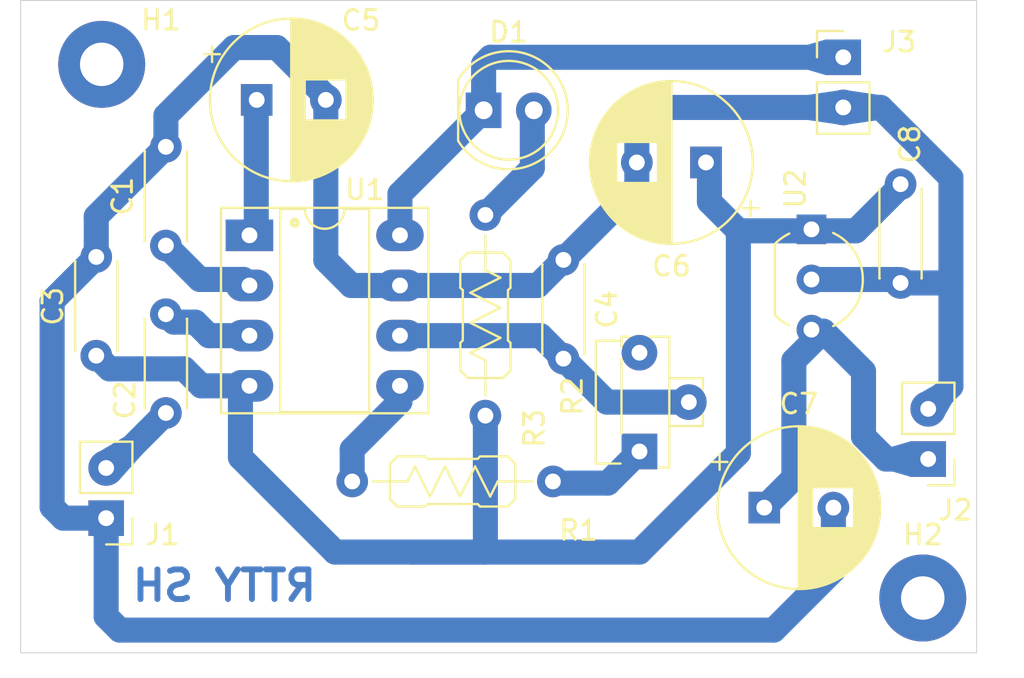
<source format=kicad_pcb>
(kicad_pcb (version 20240108) (generator "pcbnew") (generator_version "8.0")
  (layers (0 "F.Cu" signal) (31 "B.Cu" signal) (34 "B.Paste" user) (35 "F.Paste" user) (36 "B.SilkS" user "B.Silkscreen") (37 "F.SilkS" user "F.Silkscreen") (38 "B.Mask" user) (39 "F.Mask" user) (44 "Edge.Cuts" user))
  (net 0 "")
  (net 1 "Net-(U1-LP_FLT_C)")
  (net 2 "GND")
  (net 3 "Net-(U1-INPUT)")
  (net 4 "Net-(J1-Pin_2)")
  (net 5 "+5V")
  (net 6 "Net-(U1-TIM_RC)")
  (net 7 "Net-(U1-OFLT_C)")
  (net 8 "Net-(D1-K)")
  (net 9 "Net-(D1-A)")
  (net 10 "Net-(R1-Pad1)")
  (net 11 "Net-(U1-TIM_R)")
  (net 12 "Net-(J2-Pin_1)")
  (footprint "PCM_Package_DIP_AKL:DIP-8_W7.62mm_Socket_LongPads" (layer "F.Cu") (at 146.4375 93.8375)
    (property "Reference" "U1" (at 5.845 -2.305 0) (layer "F.SilkS"))
    (property "Value" "NE567" (hide yes))
    (pad "1" thru_hole rect (at 0 0) (size 2.4 1.6) (drill 0.8) (layers "*.Cu" "*.Mask") (net 7 "Net-(U1-OFLT_C)"))
    (pad "2" thru_hole oval (at 0 2.54) (size 2.4 1.6) (drill 0.8) (layers "*.Cu" "*.Mask") (net 1 "Net-(U1-LP_FLT_C)"))
    (pad "3" thru_hole oval (at 0 5.08) (size 2.4 1.6) (drill 0.8) (layers "*.Cu" "*.Mask") (net 3 "Net-(U1-INPUT)"))
    (pad "4" thru_hole oval (at 0 7.62) (size 2.4 1.6) (drill 0.8) (layers "*.Cu" "*.Mask") (net 5 "+5V"))
    (pad "5" thru_hole oval (at 7.62 7.62) (size 2.4 1.6) (drill 0.8) (layers "*.Cu" "*.Mask") (net 11 "Net-(U1-TIM_R)"))
    (pad "6" thru_hole oval (at 7.62 5.08) (size 2.4 1.6) (drill 0.8) (layers "*.Cu" "*.Mask") (net 6 "Net-(U1-TIM_RC)"))
    (pad "7" thru_hole oval (at 7.62 2.54) (size 2.4 1.6) (drill 0.8) (layers "*.Cu" "*.Mask") (net 2 "GND"))
    (pad "8" thru_hole oval (at 7.62 0) (size 2.4 1.6) (drill 0.8) (layers "*.Cu" "*.Mask") (net 8 "Net-(D1-K)"))
  )
  (footprint "Capacitor_THT:C_Disc_D4.3mm_W1.9mm_P5.00mm" (layer "F.Cu") (at 179.4 91.25 -90)
    (property "Reference" "C8" (at -2.025 -0.475 90) (layer "F.SilkS"))
    (property "Value" "100n")
    (pad "1" thru_hole circle (at 0 0 270) (size 1.6 1.6) (drill 0.8) (layers "*.Cu" "*.Mask") (net 5 "+5V"))
    (pad "2" thru_hole circle (at 5 0 270) (size 1.6 1.6) (drill 0.8) (layers "*.Cu" "*.Mask") (net 2 "GND"))
  )
  (footprint "Connector_PinHeader_2.54mm:PinHeader_1x02_P2.54mm_Vertical" (layer "F.Cu") (at 176.5 84.825)
    (property "Reference" "J3" (at 2.825 -0.775 0) (layer "F.SilkS"))
    (property "Value" "OUT")
    (pad "1" thru_hole rect (at 0 0) (size 1.8 1.8) (drill 0.8) (layers "*.Cu" "*.Mask") (net 8 "Net-(D1-K)"))
    (pad "2" thru_hole oval (at 0 2.54) (size 1.8 1.8) (drill 0.8) (layers "*.Cu" "*.Mask") (net 2 "GND"))
  )
  (footprint "Connector_PinHeader_2.54mm:PinHeader_1x02_P2.54mm_Vertical" (layer "F.Cu") (at 139.1825 108.1575 180)
    (property "Reference" "J1" (at -2.8425 -0.8425 0) (layer "F.SilkS"))
    (property "Value" "IN")
    (pad "1" thru_hole rect (at 0 0 180) (size 1.8 1.8) (drill 0.8) (layers "*.Cu" "*.Mask") (net 2 "GND"))
    (pad "2" thru_hole oval (at 0 2.54 180) (size 1.8 1.8) (drill 0.8) (layers "*.Cu" "*.Mask") (net 4 "Net-(J1-Pin_2)"))
  )
  (footprint "Capacitor_THT:C_Disc_D4.3mm_W1.9mm_P5.00mm" (layer "F.Cu") (at 142.2075 102.8325 90)
    (property "Reference" "C2" (at 0.65 -2.075 90) (layer "F.SilkS"))
    (property "Value" "1u")
    (pad "1" thru_hole circle (at 0 0 90) (size 1.6 1.6) (drill 0.8) (layers "*.Cu" "*.Mask") (net 4 "Net-(J1-Pin_2)"))
    (pad "2" thru_hole circle (at 5 0 90) (size 1.6 1.6) (drill 0.8) (layers "*.Cu" "*.Mask") (net 3 "Net-(U1-INPUT)"))
  )
  (footprint "MountingHole:MountingHole_2.2mm_M2_Pad" (layer "F.Cu") (at 138.9575 85.1825)
    (property "Reference" "H1" (at 3 -2.25 0) (layer "F.SilkS"))
    (property "Value" "MountingHole")
    (pad "1" thru_hole circle (at 0 0) (size 4.4 4.4) (drill 2.2) (layers "*.Cu" "*.Mask"))
  )
  (footprint "PCM_Resistor_THT_US_AKL:R_Axial_DIN0207_L6.3mm_D2.5mm_P10.16mm_Horizontal" (layer "F.Cu") (at 161.8 106.3 180)
    (property "Reference" "R1" (at -1.3 -2.475 0) (layer "F.SilkS"))
    (property "Value" "4.7k" (hide yes))
    (pad "1" thru_hole circle (at 0 0 180) (size 1.6 1.6) (drill 0.8) (layers "*.Cu" "*.Mask") (net 10 "Net-(R1-Pad1)"))
    (pad "2" thru_hole oval (at 10.16 0 180) (size 1.6 1.6) (drill 0.8) (layers "*.Cu" "*.Mask") (net 11 "Net-(U1-TIM_R)"))
  )
  (footprint "Capacitor_THT:CP_Radial_D8.0mm_P3.50mm" (layer "F.Cu") (at 169.55 90.15 180)
    (property "Reference" "C6" (at 1.75 -5.25 0) (layer "F.SilkS"))
    (property "Value" "10u")
    (pad "1" thru_hole rect (at 0 0 180) (size 1.6 1.6) (drill 0.8) (layers "*.Cu" "*.Mask") (net 5 "+5V"))
    (pad "2" thru_hole circle (at 3.5 0 180) (size 1.6 1.6) (drill 0.8) (layers "*.Cu" "*.Mask") (net 2 "GND"))
  )
  (footprint "PCM_Package_TO_SOT_THT_AKL:TO-92_Inline_Wide" (layer "F.Cu") (at 174.89 93.535 -90)
    (property "Reference" "U2" (at -2.06 0.815 90) (layer "F.SilkS"))
    (property "Value" "AS78L05CZTR-G1" (hide yes))
    (pad "1" thru_hole rect (at 0 0) (size 1.5 1.5) (drill 0.8) (layers "*.Cu" "*.Mask") (net 5 "+5V"))
    (pad "2" thru_hole circle (at 2.54 0) (size 1.5 1.5) (drill 0.8) (layers "*.Cu" "*.Mask") (net 2 "GND"))
    (pad "3" thru_hole circle (at 5.08 0) (size 1.5 1.5) (drill 0.8) (layers "*.Cu" "*.Mask") (net 12 "Net-(J2-Pin_1)"))
  )
  (footprint "LED_THT:LED_D5.0mm_Clear" (layer "F.Cu") (at 158.2925 87.5075)
    (property "Reference" "D1" (at 1.27 -3.96 0) (layer "F.SilkS"))
    (property "Value" "LED")
    (pad "1" thru_hole rect (at 0 0) (size 1.8 1.8) (drill 0.9) (layers "*.Cu" "*.Mask") (net 8 "Net-(D1-K)"))
    (pad "2" thru_hole circle (at 2.54 0) (size 1.8 1.8) (drill 0.9) (layers "*.Cu" "*.Mask") (net 9 "Net-(D1-A)"))
  )
  (footprint "PCM_Resistor_THT_US_AKL:R_Axial_DIN0207_L6.3mm_D2.5mm_P10.16mm_Horizontal" (layer "F.Cu") (at 158.3825 102.9675 90)
    (property "Reference" "R3" (at -0.64 2.475 90) (layer "F.SilkS"))
    (property "Value" "330" (hide yes))
    (pad "1" thru_hole circle (at 0 0 90) (size 1.6 1.6) (drill 0.8) (layers "*.Cu" "*.Mask") (net 5 "+5V"))
    (pad "2" thru_hole oval (at 10.16 0 90) (size 1.6 1.6) (drill 0.8) (layers "*.Cu" "*.Mask") (net 9 "Net-(D1-A)"))
  )
  (footprint "Capacitor_THT:C_Disc_D4.3mm_W1.9mm_P5.00mm" (layer "F.Cu") (at 142.2075 94.3575 90)
    (property "Reference" "C1" (at 2.5 -2.2 90) (layer "F.SilkS"))
    (property "Value" "47n")
    (pad "1" thru_hole circle (at 0 0 90) (size 1.6 1.6) (drill 0.8) (layers "*.Cu" "*.Mask") (net 1 "Net-(U1-LP_FLT_C)"))
    (pad "2" thru_hole circle (at 5 0 90) (size 1.6 1.6) (drill 0.8) (layers "*.Cu" "*.Mask") (net 2 "GND"))
  )
  (footprint "Capacitor_THT:C_Disc_D4.3mm_W1.9mm_P5.00mm" (layer "F.Cu") (at 138.6825 99.9325 90)
    (property "Reference" "C3" (at 2.5 -2.2 90) (layer "F.SilkS"))
    (property "Value" "100n")
    (pad "1" thru_hole circle (at 0 0 90) (size 1.6 1.6) (drill 0.8) (layers "*.Cu" "*.Mask") (net 5 "+5V"))
    (pad "2" thru_hole circle (at 5 0 90) (size 1.6 1.6) (drill 0.8) (layers "*.Cu" "*.Mask") (net 2 "GND"))
  )
  (footprint "Capacitor_THT:C_Disc_D4.3mm_W1.9mm_P5.00mm" (layer "F.Cu") (at 162.3325 95.0825 -90)
    (property "Reference" "C4" (at 2.5 -2.2 90) (layer "F.SilkS"))
    (property "Value" "100n")
    (pad "1" thru_hole circle (at 0 0 270) (size 1.6 1.6) (drill 0.8) (layers "*.Cu" "*.Mask") (net 2 "GND"))
    (pad "2" thru_hole circle (at 5 0 270) (size 1.6 1.6) (drill 0.8) (layers "*.Cu" "*.Mask") (net 6 "Net-(U1-TIM_RC)"))
  )
  (footprint "MountingHole:MountingHole_2.2mm_M2_Pad" (layer "F.Cu") (at 180.525 112.2)
    (property "Reference" "H2" (at 0 -3.2 0) (layer "F.SilkS"))
    (property "Value" "MountingHole")
    (pad "1" thru_hole circle (at 0 0) (size 4.4 4.4) (drill 2.2) (layers "*.Cu" "*.Mask"))
  )
  (footprint "Capacitor_THT:CP_Radial_D8.0mm_P3.50mm" (layer "F.Cu") (at 172.5 107.625)
    (property "Reference" "C7" (at 1.75 -5.25 0) (layer "F.SilkS"))
    (property "Value" "100u")
    (pad "1" thru_hole rect (at 0 0) (size 1.6 1.6) (drill 0.8) (layers "*.Cu" "*.Mask") (net 12 "Net-(J2-Pin_1)"))
    (pad "2" thru_hole circle (at 3.5 0) (size 1.6 1.6) (drill 0.8) (layers "*.Cu" "*.Mask") (net 2 "GND"))
  )
  (footprint "Potentiometer_THT:Potentiometer_Runtron_RM-063_Horizontal" (layer "F.Cu") (at 166.1825 104.7825 90)
    (property "Reference" "R2" (at 2.8 -3.4 90) (layer "F.SilkS"))
    (property "Value" "5k")
    (pad "1" thru_hole rect (at 0 0 90) (size 1.8 1.8) (drill 0.8) (layers "*.Cu" "*.Mask") (net 10 "Net-(R1-Pad1)"))
    (pad "2" thru_hole circle (at 2.5 2.5 90) (size 1.8 1.8) (drill 0.8) (layers "*.Cu" "*.Mask") (net 6 "Net-(U1-TIM_RC)"))
    (pad "3" thru_hole circle (at 5 0 90) (size 1.8 1.8) (drill 0.8) (layers "*.Cu" "*.Mask"))
  )
  (footprint "Connector_PinHeader_2.54mm:PinHeader_1x02_P2.54mm_Vertical" (layer "F.Cu") (at 180.8 105.165 180)
    (property "Reference" "J2" (at -1.375 -2.585 0) (layer "F.SilkS"))
    (property "Value" "ALIM")
    (pad "1" thru_hole rect (at 0 0 180) (size 1.8 1.8) (drill 0.8) (layers "*.Cu" "*.Mask") (net 12 "Net-(J2-Pin_1)"))
    (pad "2" thru_hole oval (at 0 2.54 180) (size 1.8 1.8) (drill 0.8) (layers "*.Cu" "*.Mask") (net 2 "GND"))
  )
  (footprint "Capacitor_THT:CP_Radial_D8.0mm_P3.50mm" (layer "F.Cu") (at 146.804849 86.9825)
    (property "Reference" "C5" (at 5.277651 -4.025 0) (layer "F.SilkS"))
    (property "Value" "1u")
    (pad "1" thru_hole rect (at 0 0) (size 1.6 1.6) (drill 0.8) (layers "*.Cu" "*.Mask") (net 7 "Net-(U1-OFLT_C)"))
    (pad "2" thru_hole circle (at 3.5 0) (size 1.6 1.6) (drill 0.8) (layers "*.Cu" "*.Mask") (net 2 "GND"))
  )
  (gr_rect (start 134.85 81.95) (end 183.25 114.975) (stroke (width 0.05)) (fill none) (layer "Edge.Cuts"))
  (gr_text "RTTY SH" (at 149.975 112.45 0) (layer "B.Cu") (effects (font (size 1.5 1.5) (thickness 0.3) (bold yes)) (justify left bottom mirror)))
  (segment (start 146.1325 96.0725) (end 146.4375 96.3775) (width 1.27) (layer "B.Cu") (net 1))
  (segment (start 143.9225 96.0725) (end 146.1325 96.0725) (width 1.27) (layer "B.Cu") (net 1))
  (segment (start 142.2075 94.3575) (end 143.9225 96.0725) (width 1.27) (layer "B.Cu") (net 1))
  (segment (start 142.2075 89.3575) (end 138.6825 92.8825) (width 1.27) (layer "B.Cu") (net 2))
  (segment (start 139.1825 113.1325) (end 139.875 113.825) (width 1.27) (layer "B.Cu") (net 2))
  (segment (start 166.05 91.365) (end 166.05 90.15) (width 1.27) (layer "B.Cu") (net 2))
  (segment (start 166.05 90.15) (end 166.05 88.375) (width 1.27) (layer "B.Cu") (net 2))
  (segment (start 139.875 113.825) (end 172.975 113.825) (width 1.27) (layer "B.Cu") (net 2))
  (segment (start 176 110.8) (end 176 107.625) (width 1.27) (layer "B.Cu") (net 2))
  (segment (start 179.225 96.075) (end 179.4 96.25) (width 1.27) (layer "B.Cu") (net 2))
  (segment (start 136.4475 107.5925) (end 137.0125 108.1575) (width 1.27) (layer "B.Cu") (net 2))
  (segment (start 138.6825 94.9325) (end 136.4475 97.1675) (width 1.27) (layer "B.Cu") (net 2))
  (segment (start 150.304849 86.810151) (end 147.827198 84.3325) (width 1.27) (layer "B.Cu") (net 2))
  (segment (start 166.05 88.375) (end 167.06 87.365) (width 1.27) (layer "B.Cu") (net 2))
  (segment (start 137.0125 108.1575) (end 139.1825 108.1575) (width 1.27) (layer "B.Cu") (net 2))
  (segment (start 167.06 87.365) (end 176.5 87.365) (width 1.27) (layer "B.Cu") (net 2))
  (segment (start 172.975 113.825) (end 176 110.8) (width 1.27) (layer "B.Cu") (net 2))
  (segment (start 139.1825 108.1575) (end 139.1825 113.1325) (width 1.27) (layer "B.Cu") (net 2))
  (segment (start 142.2075 87.7825) (end 142.2075 89.3575) (width 1.27) (layer "B.Cu") (net 2))
  (segment (start 136.4475 97.1675) (end 136.4475 107.5925) (width 1.27) (layer "B.Cu") (net 2))
  (segment (start 181.95 101.475) (end 180.8 102.625) (width 1.27) (layer "B.Cu") (net 2))
  (segment (start 179.4 96.25) (end 181.9 96.25) (width 1.27) (layer "B.Cu") (net 2))
  (segment (start 176.5 87.365) (end 178.392925 87.365) (width 1.27) (layer "B.Cu") (net 2))
  (segment (start 181.95 96.2) (end 181.95 101.475) (width 1.27) (layer "B.Cu") (net 2))
  (segment (start 161.0375 96.3775) (end 162.3325 95.0825) (width 1.27) (layer "B.Cu") (net 2))
  (segment (start 181.95 90.922075) (end 181.95 96.2) (width 1.27) (layer "B.Cu") (net 2))
  (segment (start 162.3325 95.0825) (end 166.05 91.365) (width 1.27) (layer "B.Cu") (net 2))
  (segment (start 154.0575 96.3775) (end 161.0375 96.3775) (width 1.27) (layer "B.Cu") (net 2))
  (segment (start 151.5875 96.3775) (end 150.304849 95.094849) (width 1.27) (layer "B.Cu") (net 2))
  (segment (start 174.89 96.075) (end 179.225 96.075) (width 1.27) (layer "B.Cu") (net 2))
  (segment (start 181.9 96.25) (end 181.95 96.2) (width 1.27) (layer "B.Cu") (net 2))
  (segment (start 147.827198 84.3325) (end 145.6575 84.3325) (width 1.27) (layer "B.Cu") (net 2))
  (segment (start 145.6575 84.3325) (end 142.2075 87.7825) (width 1.27) (layer "B.Cu") (net 2))
  (segment (start 150.304849 86.9825) (end 150.304849 86.810151) (width 1.27) (layer "B.Cu") (net 2))
  (segment (start 154.0575 96.3775) (end 151.5875 96.3775) (width 1.27) (layer "B.Cu") (net 2))
  (segment (start 178.392925 87.365) (end 181.95 90.922075) (width 1.27) (layer "B.Cu") (net 2))
  (segment (start 150.304849 95.094849) (end 150.304849 86.9825) (width 1.27) (layer "B.Cu") (net 2))
  (segment (start 138.6825 92.8825) (end 138.6825 94.9325) (width 1.27) (layer "B.Cu") (net 2))
  (segment (start 146.4375 98.9175) (end 144.38069 98.9175) (width 1.27) (layer "B.Cu") (net 3))
  (segment (start 142.6075 98.2325) (end 142.2075 97.8325) (width 1.27) (layer "B.Cu") (net 3))
  (segment (start 144.38069 98.9175) (end 143.69569 98.2325) (width 1.27) (layer "B.Cu") (net 3))
  (segment (start 143.69569 98.2325) (end 142.6075 98.2325) (width 1.27) (layer "B.Cu") (net 3))
  (segment (start 139.4225 105.6175) (end 142.2075 102.8325) (width 1.27) (layer "B.Cu") (net 4))
  (segment (start 171.19 93.61) (end 177.14 93.61) (width 1.27) (layer "B.Cu") (net 5))
  (segment (start 146.4375 101.4575) (end 145.9825 101.9125) (width 1.27) (layer "B.Cu") (net 5))
  (segment (start 143.993268 101.4575) (end 146.4375 101.4575) (width 1.27) (layer "B.Cu") (net 5))
  (segment (start 166.18 109.875) (end 154.655 109.875) (width 1.27) (layer "B.Cu") (net 5))
  (segment (start 154.655 109.875) (end 158.3825 109.875) (width 1.27) (layer "B.Cu") (net 5))
  (segment (start 171.19 93.61) (end 171.19 104.865) (width 1.27) (layer "B.Cu") (net 5))
  (segment (start 145.9825 105.0825) (end 150.775 109.875) (width 1.27) (layer "B.Cu") (net 5))
  (segment (start 169.725 91) (end 169.725 92.145) (width 1.27) (layer "B.Cu") (net 5))
  (segment (start 143.133268 100.5975) (end 143.993268 101.4575) (width 1.27) (layer "B.Cu") (net 5))
  (segment (start 150.775 109.875) (end 154.655 109.875) (width 1.27) (layer "B.Cu") (net 5))
  (segment (start 145.9825 101.9125) (end 145.9825 105.0825) (width 1.27) (layer "B.Cu") (net 5))
  (segment (start 138.6825 99.9325) (end 139.3475 100.5975) (width 1.27) (layer "B.Cu") (net 5))
  (segment (start 171.19 104.865) (end 166.18 109.875) (width 1.27) (layer "B.Cu") (net 5))
  (segment (start 179.4 91.35) (end 179.4 91.25) (width 1.27) (layer "B.Cu") (net 5))
  (segment (start 158.3825 109.875) (end 158.3825 102.9675) (width 1.27) (layer "B.Cu") (net 5))
  (segment (start 177.14 93.61) (end 179.4 91.35) (width 1.27) (layer "B.Cu") (net 5))
  (segment (start 169.725 92.145) (end 171.19 93.61) (width 1.27) (layer "B.Cu") (net 5))
  (segment (start 139.3475 100.5975) (end 143.133268 100.5975) (width 1.27) (layer "B.Cu") (net 5))
  (segment (start 162.3325 100.0825) (end 164.5325 102.2825) (width 1.27) (layer "B.Cu") (net 6))
  (segment (start 164.5325 102.2825) (end 168.6825 102.2825) (width 1.27) (layer "B.Cu") (net 6))
  (segment (start 161.1675 98.9175) (end 162.3325 100.0825) (width 1.27) (layer "B.Cu") (net 6))
  (segment (start 154.0575 98.9175) (end 161.1675 98.9175) (width 1.27) (layer "B.Cu") (net 6))
  (segment (start 146.7825 93.4925) (end 146.7825 87.004849) (width 1.27) (layer "B.Cu") (net 7))
  (segment (start 146.4375 93.8375) (end 146.7825 93.4925) (width 1.27) (layer "B.Cu") (net 7))
  (segment (start 146.7825 87.004849) (end 146.804849 86.9825) (width 1.27) (layer "B.Cu") (net 7))
  (segment (start 154.0575 91.7425) (end 158.2925 87.5075) (width 1.27) (layer "B.Cu") (net 8))
  (segment (start 158.64 84.825) (end 158.2925 85.1725) (width 1.27) (layer "B.Cu") (net 8))
  (segment (start 176.5 84.825) (end 158.64 84.825) (width 1.27) (layer "B.Cu") (net 8))
  (segment (start 158.2925 85.1725) (end 158.2925 87.5075) (width 1.27) (layer "B.Cu") (net 8))
  (segment (start 154.0575 93.8375) (end 154.0575 91.7425) (width 1.27) (layer "B.Cu") (net 8))
  (segment (start 160.7575 87.5825) (end 160.7575 90.4325) (width 1.27) (layer "B.Cu") (net 9))
  (segment (start 160.8325 87.5075) (end 160.7575 87.5825) (width 1.27) (layer "B.Cu") (net 9))
  (segment (start 160.7575 90.4325) (end 158.3825 92.8075) (width 1.27) (layer "B.Cu") (net 9))
  (segment (start 164.5825 106.3825) (end 161.8825 106.3825) (width 1.27) (layer "B.Cu") (net 10))
  (segment (start 161.8825 106.3825) (end 161.8 106.3) (width 1.27) (layer "B.Cu") (net 10))
  (segment (start 166.1825 104.7825) (end 164.5825 106.3825) (width 1.27) (layer "B.Cu") (net 10))
  (segment (start 151.64 104.675) (end 154.0575 102.2575) (width 1.27) (layer "B.Cu") (net 11))
  (segment (start 151.64 106.3) (end 151.64 104.675) (width 1.27) (layer "B.Cu") (net 11))
  (segment (start 154.0575 102.2575) (end 154.0575 101.4575) (width 1.27) (layer "B.Cu") (net 11))
  (segment (start 177.525 104.025) (end 178.665 105.165) (width 1.27) (layer "B.Cu") (net 12))
  (segment (start 172.5 107.625) (end 174 106.125) (width 1.27) (layer "B.Cu") (net 12))
  (segment (start 177.525 100.725) (end 177.525 104.025) (width 1.27) (layer "B.Cu") (net 12))
  (segment (start 178.665 105.165) (end 180.8 105.165) (width 1.27) (layer "B.Cu") (net 12))
  (segment (start 174 106.125) (end 174 100.18) (width 1.27) (layer "B.Cu") (net 12))
  (segment (start 175.49 98.69) (end 177.525 100.725) (width 1.27) (layer "B.Cu") (net 12))
  (segment (start 174 100.18) (end 175.49 98.69) (width 1.27) (layer "B.Cu") (net 12))
)
</source>
